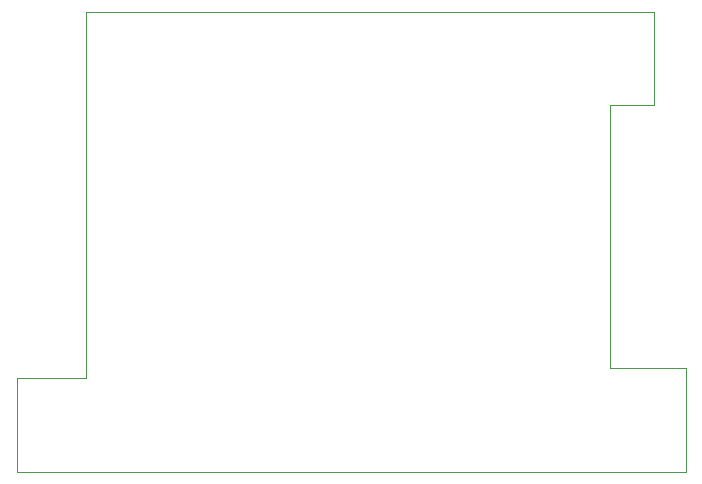
<source format=gbr>
%TF.GenerationSoftware,KiCad,Pcbnew,8.0.6*%
%TF.CreationDate,2025-09-09T16:11:23-07:00*%
%TF.ProjectId,Multimodal_Actuator_mk2,4d756c74-696d-46f6-9461-6c5f41637475,rev?*%
%TF.SameCoordinates,Original*%
%TF.FileFunction,Profile,NP*%
%FSLAX46Y46*%
G04 Gerber Fmt 4.6, Leading zero omitted, Abs format (unit mm)*
G04 Created by KiCad (PCBNEW 8.0.6) date 2025-09-09 16:11:23*
%MOMM*%
%LPD*%
G01*
G04 APERTURE LIST*
%TA.AperFunction,Profile*%
%ADD10C,0.050000*%
%TD*%
G04 APERTURE END LIST*
D10*
X164200000Y-93400000D02*
X164200000Y-115700000D01*
X164200000Y-124500000D02*
X170600000Y-124500000D01*
X114000000Y-116500000D02*
X119800000Y-116500000D01*
X118800000Y-124500000D02*
X114000000Y-124500000D01*
X164200000Y-115700000D02*
X170600000Y-115700000D01*
X164200000Y-85500000D02*
X167900000Y-85500000D01*
X164200000Y-124500000D02*
X118800000Y-124500000D01*
X119800000Y-116500000D02*
X119800000Y-85500000D01*
X167900000Y-93400000D02*
X164200000Y-93400000D01*
X114000000Y-124500000D02*
X114000000Y-116500000D01*
X167900000Y-85500000D02*
X167900000Y-93400000D01*
X119800000Y-85500000D02*
X164200000Y-85500000D01*
X170600000Y-124500000D02*
X170600000Y-115700000D01*
M02*

</source>
